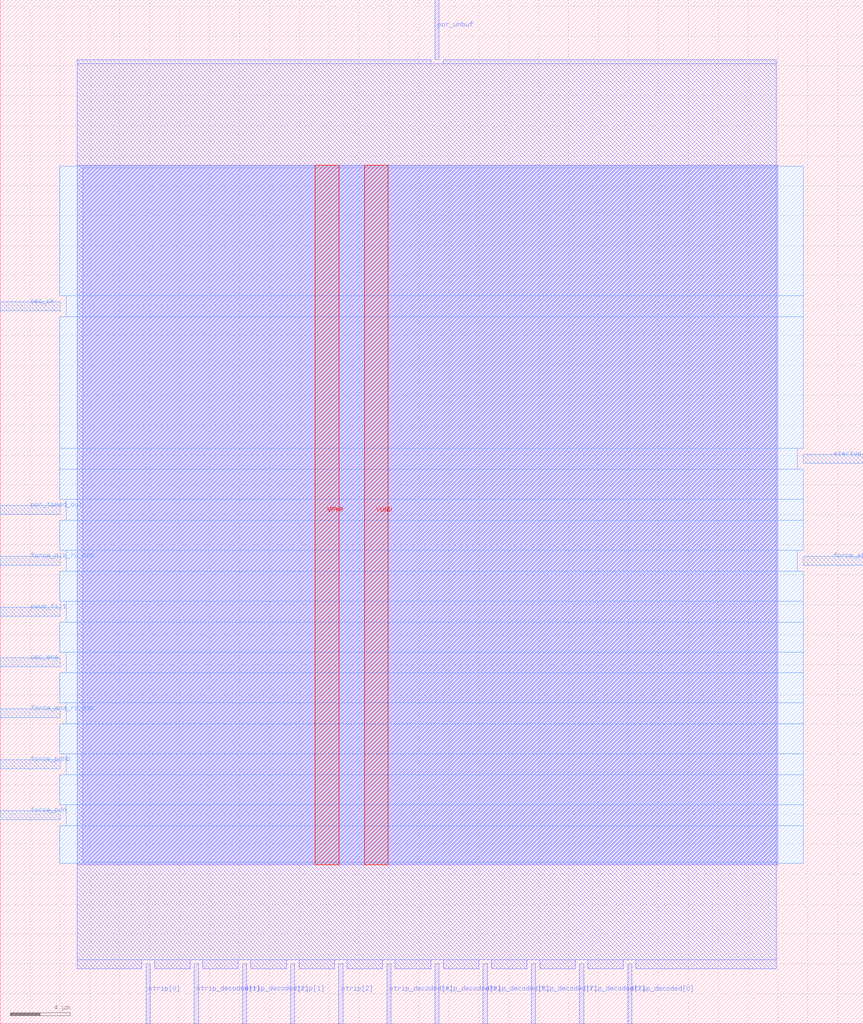
<source format=lef>
VERSION 5.7 ;
  NOWIREEXTENSIONATPIN ON ;
  DIVIDERCHAR "/" ;
  BUSBITCHARS "[]" ;
MACRO por_dig
  CLASS BLOCK ;
  FOREIGN por_dig ;
  ORIGIN 0.000 0.000 ;
  SIZE 57.700 BY 68.420 ;
  PIN VGND
    DIRECTION INOUT ;
    USE GROUND ;
    PORT
      LAYER met4 ;
        RECT 24.340 10.640 25.940 57.360 ;
    END
  END VGND
  PIN VPWR
    DIRECTION INOUT ;
    USE POWER ;
    PORT
      LAYER met4 ;
        RECT 21.040 10.640 22.640 57.360 ;
    END
  END VPWR
  PIN force_dis_rc_osc
    DIRECTION INPUT ;
    USE SIGNAL ;
    ANTENNAGATEAREA 0.196500 ;
    PORT
      LAYER met3 ;
        RECT 0.000 30.640 4.000 31.240 ;
    END
  END force_dis_rc_osc
  PIN force_ena_rc_osc
    DIRECTION INPUT ;
    USE SIGNAL ;
    ANTENNAGATEAREA 0.196500 ;
    PORT
      LAYER met3 ;
        RECT 0.000 20.440 4.000 21.040 ;
    END
  END force_ena_rc_osc
  PIN force_pdn
    DIRECTION INPUT ;
    USE SIGNAL ;
    ANTENNAGATEAREA 0.196500 ;
    PORT
      LAYER met3 ;
        RECT 0.000 13.640 4.000 14.240 ;
    END
  END force_pdn
  PIN force_pdnb
    DIRECTION OUTPUT ;
    USE SIGNAL ;
    ANTENNADIFFAREA 0.445500 ;
    PORT
      LAYER met3 ;
        RECT 0.000 17.040 4.000 17.640 ;
    END
  END force_pdnb
  PIN force_short_oneshot
    DIRECTION INPUT ;
    USE SIGNAL ;
    ANTENNAGATEAREA 0.159000 ;
    PORT
      LAYER met3 ;
        RECT 53.700 30.640 57.700 31.240 ;
    END
  END force_short_oneshot
  PIN osc_ck
    DIRECTION INPUT ;
    USE SIGNAL ;
    ANTENNAGATEAREA 0.852000 ;
    PORT
      LAYER met3 ;
        RECT 0.000 47.640 4.000 48.240 ;
    END
  END osc_ck
  PIN osc_ena
    DIRECTION OUTPUT ;
    USE SIGNAL ;
    ANTENNADIFFAREA 0.445500 ;
    PORT
      LAYER met3 ;
        RECT 0.000 23.840 4.000 24.440 ;
    END
  END osc_ena
  PIN otrip[0]
    DIRECTION INPUT ;
    USE SIGNAL ;
    ANTENNAGATEAREA 0.126000 ;
    PORT
      LAYER met2 ;
        RECT 9.750 0.000 10.030 4.000 ;
    END
  END otrip[0]
  PIN otrip[1]
    DIRECTION INPUT ;
    USE SIGNAL ;
    ANTENNAGATEAREA 0.126000 ;
    PORT
      LAYER met2 ;
        RECT 19.410 0.000 19.690 4.000 ;
    END
  END otrip[1]
  PIN otrip[2]
    DIRECTION INPUT ;
    USE SIGNAL ;
    ANTENNAGATEAREA 0.126000 ;
    PORT
      LAYER met2 ;
        RECT 22.630 0.000 22.910 4.000 ;
    END
  END otrip[2]
  PIN otrip_decoded[0]
    DIRECTION OUTPUT ;
    USE SIGNAL ;
    ANTENNADIFFAREA 0.445500 ;
    PORT
      LAYER met2 ;
        RECT 41.950 0.000 42.230 4.000 ;
    END
  END otrip_decoded[0]
  PIN otrip_decoded[1]
    DIRECTION OUTPUT ;
    USE SIGNAL ;
    ANTENNADIFFAREA 0.445500 ;
    PORT
      LAYER met2 ;
        RECT 12.970 0.000 13.250 4.000 ;
    END
  END otrip_decoded[1]
  PIN otrip_decoded[2]
    DIRECTION OUTPUT ;
    USE SIGNAL ;
    ANTENNADIFFAREA 0.445500 ;
    PORT
      LAYER met2 ;
        RECT 16.190 0.000 16.470 4.000 ;
    END
  END otrip_decoded[2]
  PIN otrip_decoded[3]
    DIRECTION OUTPUT ;
    USE SIGNAL ;
    ANTENNADIFFAREA 0.445500 ;
    PORT
      LAYER met2 ;
        RECT 38.730 0.000 39.010 4.000 ;
    END
  END otrip_decoded[3]
  PIN otrip_decoded[4]
    DIRECTION OUTPUT ;
    USE SIGNAL ;
    ANTENNADIFFAREA 0.445500 ;
    PORT
      LAYER met2 ;
        RECT 25.850 0.000 26.130 4.000 ;
    END
  END otrip_decoded[4]
  PIN otrip_decoded[5]
    DIRECTION OUTPUT ;
    USE SIGNAL ;
    ANTENNADIFFAREA 0.445500 ;
    PORT
      LAYER met2 ;
        RECT 32.290 0.000 32.570 4.000 ;
    END
  END otrip_decoded[5]
  PIN otrip_decoded[6]
    DIRECTION OUTPUT ;
    USE SIGNAL ;
    ANTENNADIFFAREA 0.445500 ;
    PORT
      LAYER met2 ;
        RECT 29.070 0.000 29.350 4.000 ;
    END
  END otrip_decoded[6]
  PIN otrip_decoded[7]
    DIRECTION OUTPUT ;
    USE SIGNAL ;
    ANTENNADIFFAREA 0.445500 ;
    PORT
      LAYER met2 ;
        RECT 35.510 0.000 35.790 4.000 ;
    END
  END otrip_decoded[7]
  PIN por_timed_out
    DIRECTION OUTPUT ;
    USE SIGNAL ;
    ANTENNADIFFAREA 0.445500 ;
    PORT
      LAYER met3 ;
        RECT 0.000 34.040 4.000 34.640 ;
    END
  END por_timed_out
  PIN por_unbuf
    DIRECTION OUTPUT ;
    USE SIGNAL ;
    ANTENNADIFFAREA 0.445500 ;
    PORT
      LAYER met2 ;
        RECT 29.070 64.420 29.350 68.420 ;
    END
  END por_unbuf
  PIN pwup_filt
    DIRECTION INPUT ;
    USE SIGNAL ;
    ANTENNAGATEAREA 0.196500 ;
    PORT
      LAYER met3 ;
        RECT 0.000 27.240 4.000 27.840 ;
    END
  END pwup_filt
  PIN startup_timed_out
    DIRECTION OUTPUT ;
    USE SIGNAL ;
    ANTENNADIFFAREA 0.445500 ;
    PORT
      LAYER met3 ;
        RECT 53.700 37.440 57.700 38.040 ;
    END
  END startup_timed_out
  OBS
      LAYER li1 ;
        RECT 5.520 10.795 51.980 57.205 ;
      LAYER met1 ;
        RECT 5.130 10.640 51.980 57.360 ;
      LAYER met2 ;
        RECT 5.150 64.140 28.790 64.420 ;
        RECT 29.630 64.140 51.890 64.420 ;
        RECT 5.150 4.280 51.890 64.140 ;
        RECT 5.150 3.670 9.470 4.280 ;
        RECT 10.310 3.670 12.690 4.280 ;
        RECT 13.530 3.670 15.910 4.280 ;
        RECT 16.750 3.670 19.130 4.280 ;
        RECT 19.970 3.670 22.350 4.280 ;
        RECT 23.190 3.670 25.570 4.280 ;
        RECT 26.410 3.670 28.790 4.280 ;
        RECT 29.630 3.670 32.010 4.280 ;
        RECT 32.850 3.670 35.230 4.280 ;
        RECT 36.070 3.670 38.450 4.280 ;
        RECT 39.290 3.670 41.670 4.280 ;
        RECT 42.510 3.670 51.890 4.280 ;
      LAYER met3 ;
        RECT 3.990 48.640 53.700 57.285 ;
        RECT 4.400 47.240 53.700 48.640 ;
        RECT 3.990 38.440 53.700 47.240 ;
        RECT 3.990 37.040 53.300 38.440 ;
        RECT 3.990 35.040 53.700 37.040 ;
        RECT 4.400 33.640 53.700 35.040 ;
        RECT 3.990 31.640 53.700 33.640 ;
        RECT 4.400 30.240 53.300 31.640 ;
        RECT 3.990 28.240 53.700 30.240 ;
        RECT 4.400 26.840 53.700 28.240 ;
        RECT 3.990 24.840 53.700 26.840 ;
        RECT 4.400 23.440 53.700 24.840 ;
        RECT 3.990 21.440 53.700 23.440 ;
        RECT 4.400 20.040 53.700 21.440 ;
        RECT 3.990 18.040 53.700 20.040 ;
        RECT 4.400 16.640 53.700 18.040 ;
        RECT 3.990 14.640 53.700 16.640 ;
        RECT 4.400 13.240 53.700 14.640 ;
        RECT 3.990 10.715 53.700 13.240 ;
  END
END por_dig
END LIBRARY


</source>
